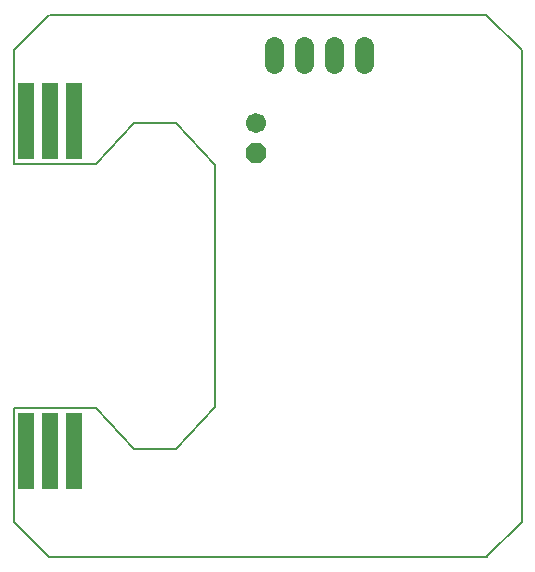
<source format=gbs>
G75*
%MOIN*%
%OFA0B0*%
%FSLAX25Y25*%
%IPPOS*%
%LPD*%
%AMOC8*
5,1,8,0,0,1.08239X$1,22.5*
%
%ADD10OC8,0.06700*%
%ADD11C,0.06700*%
%ADD12C,0.06306*%
%ADD13C,0.00600*%
%ADD14C,0.00500*%
%ADD15R,0.05400X0.25400*%
%ADD16R,0.03353X0.03353*%
D10*
X0085733Y0139954D03*
D11*
X0085733Y0149954D03*
D12*
X0092000Y0169547D02*
X0092000Y0175453D01*
X0102000Y0175453D02*
X0102000Y0169547D01*
X0112000Y0169547D02*
X0112000Y0175453D01*
X0122000Y0175453D02*
X0122000Y0169547D01*
D13*
X0005100Y0055000D02*
X0005100Y0016911D01*
X0016911Y0005100D01*
X0045100Y0041100D02*
X0032600Y0055000D01*
X0005100Y0055000D01*
X0045100Y0041100D02*
X0059100Y0041100D01*
X0072100Y0055100D01*
X0072100Y0136021D01*
X0059100Y0150021D01*
X0045100Y0150021D01*
X0032600Y0136121D01*
X0005100Y0136121D01*
X0005100Y0174250D01*
X0016911Y0186061D01*
X0162580Y0186061D02*
X0174391Y0174250D01*
X0174391Y0016911D01*
X0162580Y0005100D01*
D14*
X0162726Y0005100D02*
X0017100Y0005100D01*
X0017100Y0186021D02*
X0162726Y0186021D01*
D15*
X0025300Y0150500D03*
X0017300Y0150500D03*
X0009300Y0150500D03*
X0009300Y0040500D03*
X0017300Y0040500D03*
X0025300Y0040500D03*
D16*
X0025300Y0030400D03*
X0017300Y0030400D03*
X0009300Y0030400D03*
X0009300Y0160900D03*
X0017300Y0160900D03*
X0025300Y0160900D03*
M02*

</source>
